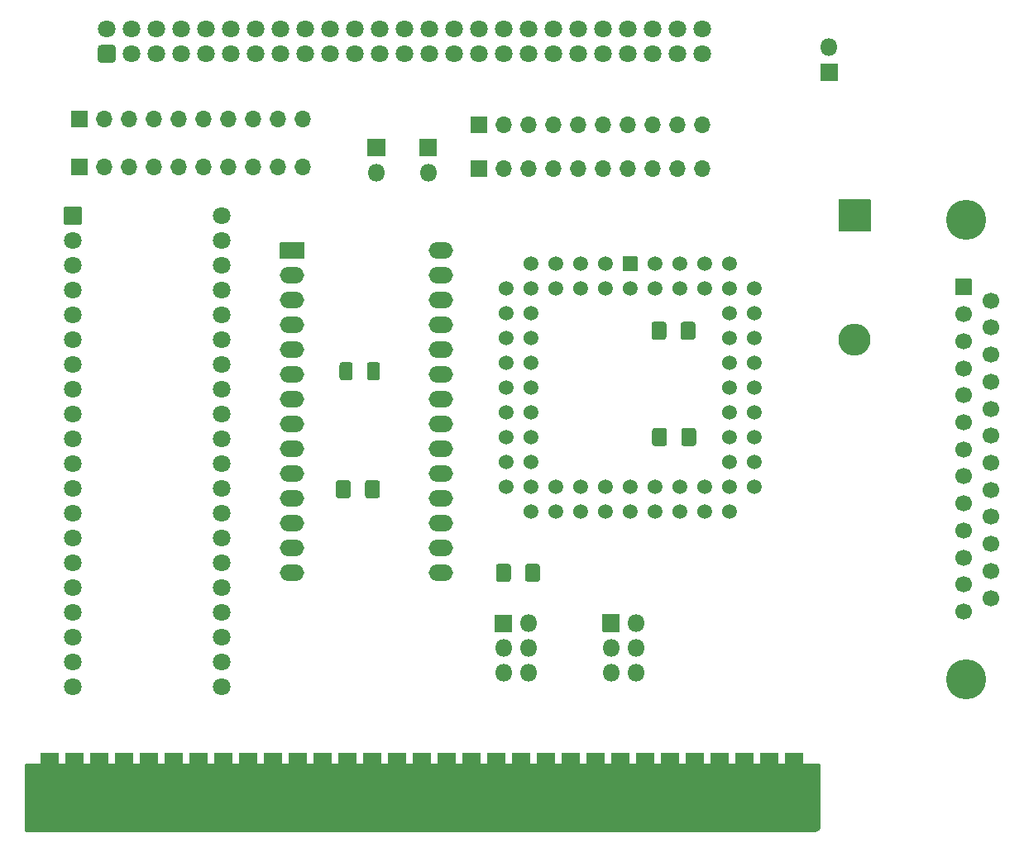
<source format=gbr>
%TF.GenerationSoftware,KiCad,Pcbnew,(5.1.10)-1*%
%TF.CreationDate,2021-12-13T18:42:30+00:00*%
%TF.ProjectId,isascsi,69736173-6373-4692-9e6b-696361645f70,rev?*%
%TF.SameCoordinates,Original*%
%TF.FileFunction,Soldermask,Bot*%
%TF.FilePolarity,Negative*%
%FSLAX46Y46*%
G04 Gerber Fmt 4.6, Leading zero omitted, Abs format (unit mm)*
G04 Created by KiCad (PCBNEW (5.1.10)-1) date 2021-12-13 18:42:30*
%MOMM*%
%LPD*%
G01*
G04 APERTURE LIST*
%ADD10C,1.800000*%
%ADD11O,1.700000X1.700000*%
%ADD12O,2.500000X1.700000*%
%ADD13C,4.100000*%
%ADD14C,1.700000*%
%ADD15O,1.800000X1.800000*%
%ADD16O,3.300000X3.300000*%
%ADD17C,1.522400*%
%ADD18C,0.254000*%
%ADD19C,0.100000*%
G04 APERTURE END LIST*
D10*
%TO.C,U1*%
X112725200Y-61117500D03*
G36*
G01*
X96585200Y-61967500D02*
X96585200Y-60267500D01*
G75*
G02*
X96635200Y-60217500I50000J0D01*
G01*
X98335200Y-60217500D01*
G75*
G02*
X98385200Y-60267500I0J-50000D01*
G01*
X98385200Y-61967500D01*
G75*
G02*
X98335200Y-62017500I-50000J0D01*
G01*
X96635200Y-62017500D01*
G75*
G02*
X96585200Y-61967500I0J50000D01*
G01*
G37*
X112725200Y-63657500D03*
X97485200Y-63657500D03*
X112725200Y-66197500D03*
X97485200Y-66197500D03*
X112725200Y-68737500D03*
X97485200Y-68737500D03*
X112725200Y-71277500D03*
X97485200Y-71277500D03*
X112725200Y-73817500D03*
X97485200Y-73817500D03*
X112725200Y-76357500D03*
X97485200Y-76357500D03*
X112725200Y-78897500D03*
X97485200Y-78897500D03*
X112725200Y-81437500D03*
X97485200Y-81437500D03*
X112725200Y-83977500D03*
X97485200Y-83977500D03*
X112725200Y-86517500D03*
X97485200Y-86517500D03*
X112725200Y-89057500D03*
X97485200Y-89057500D03*
X112725200Y-91597500D03*
X97485200Y-91597500D03*
X112725200Y-94137500D03*
X97485200Y-94137500D03*
X112725200Y-96677500D03*
X97485200Y-96677500D03*
X112725200Y-99217500D03*
X97485200Y-99217500D03*
X112725200Y-101757500D03*
X97485200Y-101757500D03*
X112725200Y-104297500D03*
X97485200Y-104297500D03*
X112725200Y-106837500D03*
X97485200Y-106837500D03*
X112725200Y-109377500D03*
X97485200Y-109377500D03*
%TD*%
%TO.C,C6*%
G36*
G01*
X125939000Y-88486343D02*
X125939000Y-89801257D01*
G75*
G02*
X125671457Y-90068800I-267543J0D01*
G01*
X124681543Y-90068800D01*
G75*
G02*
X124414000Y-89801257I0J267543D01*
G01*
X124414000Y-88486343D01*
G75*
G02*
X124681543Y-88218800I267543J0D01*
G01*
X125671457Y-88218800D01*
G75*
G02*
X125939000Y-88486343I0J-267543D01*
G01*
G37*
G36*
G01*
X128914000Y-88486343D02*
X128914000Y-89801257D01*
G75*
G02*
X128646457Y-90068800I-267543J0D01*
G01*
X127656543Y-90068800D01*
G75*
G02*
X127389000Y-89801257I0J267543D01*
G01*
X127389000Y-88486343D01*
G75*
G02*
X127656543Y-88218800I267543J0D01*
G01*
X128646457Y-88218800D01*
G75*
G02*
X128914000Y-88486343I0J-267543D01*
G01*
G37*
%TD*%
%TO.C,C3*%
G36*
G01*
X159687000Y-73570657D02*
X159687000Y-72255743D01*
G75*
G02*
X159954543Y-71988200I267543J0D01*
G01*
X160944457Y-71988200D01*
G75*
G02*
X161212000Y-72255743I0J-267543D01*
G01*
X161212000Y-73570657D01*
G75*
G02*
X160944457Y-73838200I-267543J0D01*
G01*
X159954543Y-73838200D01*
G75*
G02*
X159687000Y-73570657I0J267543D01*
G01*
G37*
G36*
G01*
X156712000Y-73570657D02*
X156712000Y-72255743D01*
G75*
G02*
X156979543Y-71988200I267543J0D01*
G01*
X157969457Y-71988200D01*
G75*
G02*
X158237000Y-72255743I0J-267543D01*
G01*
X158237000Y-73570657D01*
G75*
G02*
X157969457Y-73838200I-267543J0D01*
G01*
X156979543Y-73838200D01*
G75*
G02*
X156712000Y-73570657I0J267543D01*
G01*
G37*
%TD*%
D11*
%TO.C,RN4*%
X161889000Y-51810900D03*
X159349000Y-51810900D03*
X156809000Y-51810900D03*
X154269000Y-51810900D03*
X151729000Y-51810900D03*
X149189000Y-51810900D03*
X146649000Y-51810900D03*
X144109000Y-51810900D03*
X141569000Y-51810900D03*
G36*
G01*
X138179000Y-52610900D02*
X138179000Y-51010900D01*
G75*
G02*
X138229000Y-50960900I50000J0D01*
G01*
X139829000Y-50960900D01*
G75*
G02*
X139879000Y-51010900I0J-50000D01*
G01*
X139879000Y-52610900D01*
G75*
G02*
X139829000Y-52660900I-50000J0D01*
G01*
X138229000Y-52660900D01*
G75*
G02*
X138179000Y-52610900I0J50000D01*
G01*
G37*
%TD*%
%TO.C,RN3*%
X121000500Y-51191200D03*
X118460500Y-51191200D03*
X115920500Y-51191200D03*
X113380500Y-51191200D03*
X110840500Y-51191200D03*
X108300500Y-51191200D03*
X105760500Y-51191200D03*
X103220500Y-51191200D03*
X100680500Y-51191200D03*
G36*
G01*
X97290500Y-51991200D02*
X97290500Y-50391200D01*
G75*
G02*
X97340500Y-50341200I50000J0D01*
G01*
X98940500Y-50341200D01*
G75*
G02*
X98990500Y-50391200I0J-50000D01*
G01*
X98990500Y-51991200D01*
G75*
G02*
X98940500Y-52041200I-50000J0D01*
G01*
X97340500Y-52041200D01*
G75*
G02*
X97290500Y-51991200I0J50000D01*
G01*
G37*
%TD*%
%TO.C,RN2*%
X161905000Y-56322000D03*
X159365000Y-56322000D03*
X156825000Y-56322000D03*
X154285000Y-56322000D03*
X151745000Y-56322000D03*
X149205000Y-56322000D03*
X146665000Y-56322000D03*
X144125000Y-56322000D03*
X141585000Y-56322000D03*
G36*
G01*
X138195000Y-57122000D02*
X138195000Y-55522000D01*
G75*
G02*
X138245000Y-55472000I50000J0D01*
G01*
X139845000Y-55472000D01*
G75*
G02*
X139895000Y-55522000I0J-50000D01*
G01*
X139895000Y-57122000D01*
G75*
G02*
X139845000Y-57172000I-50000J0D01*
G01*
X138245000Y-57172000D01*
G75*
G02*
X138195000Y-57122000I0J50000D01*
G01*
G37*
%TD*%
%TO.C,RN1*%
X121000500Y-56118800D03*
X118460500Y-56118800D03*
X115920500Y-56118800D03*
X113380500Y-56118800D03*
X110840500Y-56118800D03*
X108300500Y-56118800D03*
X105760500Y-56118800D03*
X103220500Y-56118800D03*
X100680500Y-56118800D03*
G36*
G01*
X97290500Y-56918800D02*
X97290500Y-55318800D01*
G75*
G02*
X97340500Y-55268800I50000J0D01*
G01*
X98940500Y-55268800D01*
G75*
G02*
X98990500Y-55318800I0J-50000D01*
G01*
X98990500Y-56918800D01*
G75*
G02*
X98940500Y-56968800I-50000J0D01*
G01*
X97340500Y-56968800D01*
G75*
G02*
X97290500Y-56918800I0J50000D01*
G01*
G37*
%TD*%
%TO.C,C5*%
G36*
G01*
X143768000Y-98366157D02*
X143768000Y-97051243D01*
G75*
G02*
X144035543Y-96783700I267543J0D01*
G01*
X145025457Y-96783700D01*
G75*
G02*
X145293000Y-97051243I0J-267543D01*
G01*
X145293000Y-98366157D01*
G75*
G02*
X145025457Y-98633700I-267543J0D01*
G01*
X144035543Y-98633700D01*
G75*
G02*
X143768000Y-98366157I0J267543D01*
G01*
G37*
G36*
G01*
X140793000Y-98366157D02*
X140793000Y-97051243D01*
G75*
G02*
X141060543Y-96783700I267543J0D01*
G01*
X142050457Y-96783700D01*
G75*
G02*
X142318000Y-97051243I0J-267543D01*
G01*
X142318000Y-98366157D01*
G75*
G02*
X142050457Y-98633700I-267543J0D01*
G01*
X141060543Y-98633700D01*
G75*
G02*
X140793000Y-98366157I0J267543D01*
G01*
G37*
%TD*%
%TO.C,C2*%
G36*
G01*
X159754000Y-84441857D02*
X159754000Y-83126943D01*
G75*
G02*
X160021543Y-82859400I267543J0D01*
G01*
X161011457Y-82859400D01*
G75*
G02*
X161279000Y-83126943I0J-267543D01*
G01*
X161279000Y-84441857D01*
G75*
G02*
X161011457Y-84709400I-267543J0D01*
G01*
X160021543Y-84709400D01*
G75*
G02*
X159754000Y-84441857I0J267543D01*
G01*
G37*
G36*
G01*
X156779000Y-84441857D02*
X156779000Y-83126943D01*
G75*
G02*
X157046543Y-82859400I267543J0D01*
G01*
X158036457Y-82859400D01*
G75*
G02*
X158304000Y-83126943I0J-267543D01*
G01*
X158304000Y-84441857D01*
G75*
G02*
X158036457Y-84709400I-267543J0D01*
G01*
X157046543Y-84709400D01*
G75*
G02*
X156779000Y-84441857I0J267543D01*
G01*
G37*
%TD*%
D12*
%TO.C,U3*%
X135174000Y-64704000D03*
X119934000Y-97724000D03*
X135174000Y-67244000D03*
X119934000Y-95184000D03*
X135174000Y-69784000D03*
X119934000Y-92644000D03*
X135174000Y-72324000D03*
X119934000Y-90104000D03*
X135174000Y-74864000D03*
X119934000Y-87564000D03*
X135174000Y-77404000D03*
X119934000Y-85024000D03*
X135174000Y-79944000D03*
X119934000Y-82484000D03*
X135174000Y-82484000D03*
X119934000Y-79944000D03*
X135174000Y-85024000D03*
X119934000Y-77404000D03*
X135174000Y-87564000D03*
X119934000Y-74864000D03*
X135174000Y-90104000D03*
X119934000Y-72324000D03*
X135174000Y-92644000D03*
X119934000Y-69784000D03*
X135174000Y-95184000D03*
X119934000Y-67244000D03*
X135174000Y-97724000D03*
G36*
G01*
X118684000Y-65504000D02*
X118684000Y-63904000D01*
G75*
G02*
X118734000Y-63854000I50000J0D01*
G01*
X121134000Y-63854000D01*
G75*
G02*
X121184000Y-63904000I0J-50000D01*
G01*
X121184000Y-65504000D01*
G75*
G02*
X121134000Y-65554000I-50000J0D01*
G01*
X118734000Y-65554000D01*
G75*
G02*
X118684000Y-65504000I0J50000D01*
G01*
G37*
%TD*%
%TO.C,R1*%
G36*
G01*
X126130000Y-76408600D02*
X126130000Y-77718600D01*
G75*
G02*
X125860000Y-77988600I-270000J0D01*
G01*
X125050000Y-77988600D01*
G75*
G02*
X124780000Y-77718600I0J270000D01*
G01*
X124780000Y-76408600D01*
G75*
G02*
X125050000Y-76138600I270000J0D01*
G01*
X125860000Y-76138600D01*
G75*
G02*
X126130000Y-76408600I0J-270000D01*
G01*
G37*
G36*
G01*
X128930000Y-76408600D02*
X128930000Y-77718600D01*
G75*
G02*
X128660000Y-77988600I-270000J0D01*
G01*
X127850000Y-77988600D01*
G75*
G02*
X127580000Y-77718600I0J270000D01*
G01*
X127580000Y-76408600D01*
G75*
G02*
X127850000Y-76138600I270000J0D01*
G01*
X128660000Y-76138600D01*
G75*
G02*
X128930000Y-76408600I0J-270000D01*
G01*
G37*
%TD*%
D13*
%TO.C,J2*%
X188946000Y-61502700D03*
X188946000Y-108602700D03*
D14*
X191486000Y-100287700D03*
X191486000Y-97517700D03*
X191486000Y-94747700D03*
X191486000Y-91977700D03*
X191486000Y-89207700D03*
X191486000Y-86437700D03*
X191486000Y-83667700D03*
X191486000Y-80897700D03*
X191486000Y-78127700D03*
X191486000Y-75357700D03*
X191486000Y-72587700D03*
X191486000Y-69817700D03*
X188646000Y-101672700D03*
X188646000Y-98902700D03*
X188646000Y-96132700D03*
X188646000Y-93362700D03*
X188646000Y-90592700D03*
X188646000Y-87822700D03*
X188646000Y-85052700D03*
X188646000Y-82282700D03*
X188646000Y-79512700D03*
X188646000Y-76742700D03*
X188646000Y-73972700D03*
X188646000Y-71202700D03*
G36*
G01*
X189446000Y-69282700D02*
X187846000Y-69282700D01*
G75*
G02*
X187796000Y-69232700I0J50000D01*
G01*
X187796000Y-67632700D01*
G75*
G02*
X187846000Y-67582700I50000J0D01*
G01*
X189446000Y-67582700D01*
G75*
G02*
X189496000Y-67632700I0J-50000D01*
G01*
X189496000Y-69232700D01*
G75*
G02*
X189446000Y-69282700I-50000J0D01*
G01*
G37*
%TD*%
%TO.C,J1*%
G36*
G01*
X170342000Y-123830000D02*
X170342000Y-116210000D01*
G75*
G02*
X170392000Y-116160000I50000J0D01*
G01*
X172172000Y-116160000D01*
G75*
G02*
X172222000Y-116210000I0J-50000D01*
G01*
X172222000Y-123830000D01*
G75*
G02*
X172172000Y-123880000I-50000J0D01*
G01*
X170392000Y-123880000D01*
G75*
G02*
X170342000Y-123830000I0J50000D01*
G01*
G37*
G36*
G01*
X167802000Y-123830000D02*
X167802000Y-116210000D01*
G75*
G02*
X167852000Y-116160000I50000J0D01*
G01*
X169632000Y-116160000D01*
G75*
G02*
X169682000Y-116210000I0J-50000D01*
G01*
X169682000Y-123830000D01*
G75*
G02*
X169632000Y-123880000I-50000J0D01*
G01*
X167852000Y-123880000D01*
G75*
G02*
X167802000Y-123830000I0J50000D01*
G01*
G37*
G36*
G01*
X165262000Y-123830000D02*
X165262000Y-116210000D01*
G75*
G02*
X165312000Y-116160000I50000J0D01*
G01*
X167092000Y-116160000D01*
G75*
G02*
X167142000Y-116210000I0J-50000D01*
G01*
X167142000Y-123830000D01*
G75*
G02*
X167092000Y-123880000I-50000J0D01*
G01*
X165312000Y-123880000D01*
G75*
G02*
X165262000Y-123830000I0J50000D01*
G01*
G37*
G36*
G01*
X162722000Y-123830000D02*
X162722000Y-116210000D01*
G75*
G02*
X162772000Y-116160000I50000J0D01*
G01*
X164552000Y-116160000D01*
G75*
G02*
X164602000Y-116210000I0J-50000D01*
G01*
X164602000Y-123830000D01*
G75*
G02*
X164552000Y-123880000I-50000J0D01*
G01*
X162772000Y-123880000D01*
G75*
G02*
X162722000Y-123830000I0J50000D01*
G01*
G37*
G36*
G01*
X160182000Y-123830000D02*
X160182000Y-116210000D01*
G75*
G02*
X160232000Y-116160000I50000J0D01*
G01*
X162012000Y-116160000D01*
G75*
G02*
X162062000Y-116210000I0J-50000D01*
G01*
X162062000Y-123830000D01*
G75*
G02*
X162012000Y-123880000I-50000J0D01*
G01*
X160232000Y-123880000D01*
G75*
G02*
X160182000Y-123830000I0J50000D01*
G01*
G37*
G36*
G01*
X157642000Y-123830000D02*
X157642000Y-116210000D01*
G75*
G02*
X157692000Y-116160000I50000J0D01*
G01*
X159472000Y-116160000D01*
G75*
G02*
X159522000Y-116210000I0J-50000D01*
G01*
X159522000Y-123830000D01*
G75*
G02*
X159472000Y-123880000I-50000J0D01*
G01*
X157692000Y-123880000D01*
G75*
G02*
X157642000Y-123830000I0J50000D01*
G01*
G37*
G36*
G01*
X155102000Y-123830000D02*
X155102000Y-116210000D01*
G75*
G02*
X155152000Y-116160000I50000J0D01*
G01*
X156932000Y-116160000D01*
G75*
G02*
X156982000Y-116210000I0J-50000D01*
G01*
X156982000Y-123830000D01*
G75*
G02*
X156932000Y-123880000I-50000J0D01*
G01*
X155152000Y-123880000D01*
G75*
G02*
X155102000Y-123830000I0J50000D01*
G01*
G37*
G36*
G01*
X152562000Y-123830000D02*
X152562000Y-116210000D01*
G75*
G02*
X152612000Y-116160000I50000J0D01*
G01*
X154392000Y-116160000D01*
G75*
G02*
X154442000Y-116210000I0J-50000D01*
G01*
X154442000Y-123830000D01*
G75*
G02*
X154392000Y-123880000I-50000J0D01*
G01*
X152612000Y-123880000D01*
G75*
G02*
X152562000Y-123830000I0J50000D01*
G01*
G37*
G36*
G01*
X150022000Y-123830000D02*
X150022000Y-116210000D01*
G75*
G02*
X150072000Y-116160000I50000J0D01*
G01*
X151852000Y-116160000D01*
G75*
G02*
X151902000Y-116210000I0J-50000D01*
G01*
X151902000Y-123830000D01*
G75*
G02*
X151852000Y-123880000I-50000J0D01*
G01*
X150072000Y-123880000D01*
G75*
G02*
X150022000Y-123830000I0J50000D01*
G01*
G37*
G36*
G01*
X147482000Y-123830000D02*
X147482000Y-116210000D01*
G75*
G02*
X147532000Y-116160000I50000J0D01*
G01*
X149312000Y-116160000D01*
G75*
G02*
X149362000Y-116210000I0J-50000D01*
G01*
X149362000Y-123830000D01*
G75*
G02*
X149312000Y-123880000I-50000J0D01*
G01*
X147532000Y-123880000D01*
G75*
G02*
X147482000Y-123830000I0J50000D01*
G01*
G37*
G36*
G01*
X144942000Y-123830000D02*
X144942000Y-116210000D01*
G75*
G02*
X144992000Y-116160000I50000J0D01*
G01*
X146772000Y-116160000D01*
G75*
G02*
X146822000Y-116210000I0J-50000D01*
G01*
X146822000Y-123830000D01*
G75*
G02*
X146772000Y-123880000I-50000J0D01*
G01*
X144992000Y-123880000D01*
G75*
G02*
X144942000Y-123830000I0J50000D01*
G01*
G37*
G36*
G01*
X142402000Y-123830000D02*
X142402000Y-116210000D01*
G75*
G02*
X142452000Y-116160000I50000J0D01*
G01*
X144232000Y-116160000D01*
G75*
G02*
X144282000Y-116210000I0J-50000D01*
G01*
X144282000Y-123830000D01*
G75*
G02*
X144232000Y-123880000I-50000J0D01*
G01*
X142452000Y-123880000D01*
G75*
G02*
X142402000Y-123830000I0J50000D01*
G01*
G37*
G36*
G01*
X139862000Y-123830000D02*
X139862000Y-116210000D01*
G75*
G02*
X139912000Y-116160000I50000J0D01*
G01*
X141692000Y-116160000D01*
G75*
G02*
X141742000Y-116210000I0J-50000D01*
G01*
X141742000Y-123830000D01*
G75*
G02*
X141692000Y-123880000I-50000J0D01*
G01*
X139912000Y-123880000D01*
G75*
G02*
X139862000Y-123830000I0J50000D01*
G01*
G37*
G36*
G01*
X137322000Y-123830000D02*
X137322000Y-116210000D01*
G75*
G02*
X137372000Y-116160000I50000J0D01*
G01*
X139152000Y-116160000D01*
G75*
G02*
X139202000Y-116210000I0J-50000D01*
G01*
X139202000Y-123830000D01*
G75*
G02*
X139152000Y-123880000I-50000J0D01*
G01*
X137372000Y-123880000D01*
G75*
G02*
X137322000Y-123830000I0J50000D01*
G01*
G37*
G36*
G01*
X134782000Y-123830000D02*
X134782000Y-116210000D01*
G75*
G02*
X134832000Y-116160000I50000J0D01*
G01*
X136612000Y-116160000D01*
G75*
G02*
X136662000Y-116210000I0J-50000D01*
G01*
X136662000Y-123830000D01*
G75*
G02*
X136612000Y-123880000I-50000J0D01*
G01*
X134832000Y-123880000D01*
G75*
G02*
X134782000Y-123830000I0J50000D01*
G01*
G37*
G36*
G01*
X132242000Y-123830000D02*
X132242000Y-116210000D01*
G75*
G02*
X132292000Y-116160000I50000J0D01*
G01*
X134072000Y-116160000D01*
G75*
G02*
X134122000Y-116210000I0J-50000D01*
G01*
X134122000Y-123830000D01*
G75*
G02*
X134072000Y-123880000I-50000J0D01*
G01*
X132292000Y-123880000D01*
G75*
G02*
X132242000Y-123830000I0J50000D01*
G01*
G37*
G36*
G01*
X129702000Y-123830000D02*
X129702000Y-116210000D01*
G75*
G02*
X129752000Y-116160000I50000J0D01*
G01*
X131532000Y-116160000D01*
G75*
G02*
X131582000Y-116210000I0J-50000D01*
G01*
X131582000Y-123830000D01*
G75*
G02*
X131532000Y-123880000I-50000J0D01*
G01*
X129752000Y-123880000D01*
G75*
G02*
X129702000Y-123830000I0J50000D01*
G01*
G37*
G36*
G01*
X127162000Y-123830000D02*
X127162000Y-116210000D01*
G75*
G02*
X127212000Y-116160000I50000J0D01*
G01*
X128992000Y-116160000D01*
G75*
G02*
X129042000Y-116210000I0J-50000D01*
G01*
X129042000Y-123830000D01*
G75*
G02*
X128992000Y-123880000I-50000J0D01*
G01*
X127212000Y-123880000D01*
G75*
G02*
X127162000Y-123830000I0J50000D01*
G01*
G37*
G36*
G01*
X124622000Y-123830000D02*
X124622000Y-116210000D01*
G75*
G02*
X124672000Y-116160000I50000J0D01*
G01*
X126452000Y-116160000D01*
G75*
G02*
X126502000Y-116210000I0J-50000D01*
G01*
X126502000Y-123830000D01*
G75*
G02*
X126452000Y-123880000I-50000J0D01*
G01*
X124672000Y-123880000D01*
G75*
G02*
X124622000Y-123830000I0J50000D01*
G01*
G37*
G36*
G01*
X122082000Y-123830000D02*
X122082000Y-116210000D01*
G75*
G02*
X122132000Y-116160000I50000J0D01*
G01*
X123912000Y-116160000D01*
G75*
G02*
X123962000Y-116210000I0J-50000D01*
G01*
X123962000Y-123830000D01*
G75*
G02*
X123912000Y-123880000I-50000J0D01*
G01*
X122132000Y-123880000D01*
G75*
G02*
X122082000Y-123830000I0J50000D01*
G01*
G37*
G36*
G01*
X119542000Y-123830000D02*
X119542000Y-116210000D01*
G75*
G02*
X119592000Y-116160000I50000J0D01*
G01*
X121372000Y-116160000D01*
G75*
G02*
X121422000Y-116210000I0J-50000D01*
G01*
X121422000Y-123830000D01*
G75*
G02*
X121372000Y-123880000I-50000J0D01*
G01*
X119592000Y-123880000D01*
G75*
G02*
X119542000Y-123830000I0J50000D01*
G01*
G37*
G36*
G01*
X117002000Y-123830000D02*
X117002000Y-116210000D01*
G75*
G02*
X117052000Y-116160000I50000J0D01*
G01*
X118832000Y-116160000D01*
G75*
G02*
X118882000Y-116210000I0J-50000D01*
G01*
X118882000Y-123830000D01*
G75*
G02*
X118832000Y-123880000I-50000J0D01*
G01*
X117052000Y-123880000D01*
G75*
G02*
X117002000Y-123830000I0J50000D01*
G01*
G37*
G36*
G01*
X114462000Y-123830000D02*
X114462000Y-116210000D01*
G75*
G02*
X114512000Y-116160000I50000J0D01*
G01*
X116292000Y-116160000D01*
G75*
G02*
X116342000Y-116210000I0J-50000D01*
G01*
X116342000Y-123830000D01*
G75*
G02*
X116292000Y-123880000I-50000J0D01*
G01*
X114512000Y-123880000D01*
G75*
G02*
X114462000Y-123830000I0J50000D01*
G01*
G37*
G36*
G01*
X111922000Y-123830000D02*
X111922000Y-116210000D01*
G75*
G02*
X111972000Y-116160000I50000J0D01*
G01*
X113752000Y-116160000D01*
G75*
G02*
X113802000Y-116210000I0J-50000D01*
G01*
X113802000Y-123830000D01*
G75*
G02*
X113752000Y-123880000I-50000J0D01*
G01*
X111972000Y-123880000D01*
G75*
G02*
X111922000Y-123830000I0J50000D01*
G01*
G37*
G36*
G01*
X109382000Y-123830000D02*
X109382000Y-116210000D01*
G75*
G02*
X109432000Y-116160000I50000J0D01*
G01*
X111212000Y-116160000D01*
G75*
G02*
X111262000Y-116210000I0J-50000D01*
G01*
X111262000Y-123830000D01*
G75*
G02*
X111212000Y-123880000I-50000J0D01*
G01*
X109432000Y-123880000D01*
G75*
G02*
X109382000Y-123830000I0J50000D01*
G01*
G37*
G36*
G01*
X106842000Y-123830000D02*
X106842000Y-116210000D01*
G75*
G02*
X106892000Y-116160000I50000J0D01*
G01*
X108672000Y-116160000D01*
G75*
G02*
X108722000Y-116210000I0J-50000D01*
G01*
X108722000Y-123830000D01*
G75*
G02*
X108672000Y-123880000I-50000J0D01*
G01*
X106892000Y-123880000D01*
G75*
G02*
X106842000Y-123830000I0J50000D01*
G01*
G37*
G36*
G01*
X104302000Y-123830000D02*
X104302000Y-116210000D01*
G75*
G02*
X104352000Y-116160000I50000J0D01*
G01*
X106132000Y-116160000D01*
G75*
G02*
X106182000Y-116210000I0J-50000D01*
G01*
X106182000Y-123830000D01*
G75*
G02*
X106132000Y-123880000I-50000J0D01*
G01*
X104352000Y-123880000D01*
G75*
G02*
X104302000Y-123830000I0J50000D01*
G01*
G37*
G36*
G01*
X101762000Y-123830000D02*
X101762000Y-116210000D01*
G75*
G02*
X101812000Y-116160000I50000J0D01*
G01*
X103592000Y-116160000D01*
G75*
G02*
X103642000Y-116210000I0J-50000D01*
G01*
X103642000Y-123830000D01*
G75*
G02*
X103592000Y-123880000I-50000J0D01*
G01*
X101812000Y-123880000D01*
G75*
G02*
X101762000Y-123830000I0J50000D01*
G01*
G37*
G36*
G01*
X99222000Y-123830000D02*
X99222000Y-116210000D01*
G75*
G02*
X99272000Y-116160000I50000J0D01*
G01*
X101052000Y-116160000D01*
G75*
G02*
X101102000Y-116210000I0J-50000D01*
G01*
X101102000Y-123830000D01*
G75*
G02*
X101052000Y-123880000I-50000J0D01*
G01*
X99272000Y-123880000D01*
G75*
G02*
X99222000Y-123830000I0J50000D01*
G01*
G37*
G36*
G01*
X96682000Y-123830000D02*
X96682000Y-116210000D01*
G75*
G02*
X96732000Y-116160000I50000J0D01*
G01*
X98512000Y-116160000D01*
G75*
G02*
X98562000Y-116210000I0J-50000D01*
G01*
X98562000Y-123830000D01*
G75*
G02*
X98512000Y-123880000I-50000J0D01*
G01*
X96732000Y-123880000D01*
G75*
G02*
X96682000Y-123830000I0J50000D01*
G01*
G37*
G36*
G01*
X94142000Y-123830000D02*
X94142000Y-116210000D01*
G75*
G02*
X94192000Y-116160000I50000J0D01*
G01*
X95972000Y-116160000D01*
G75*
G02*
X96022000Y-116210000I0J-50000D01*
G01*
X96022000Y-123830000D01*
G75*
G02*
X95972000Y-123880000I-50000J0D01*
G01*
X94192000Y-123880000D01*
G75*
G02*
X94142000Y-123830000I0J50000D01*
G01*
G37*
%TD*%
D15*
%TO.C,JP3*%
X174894000Y-43860700D03*
G36*
G01*
X175794000Y-45550700D02*
X175794000Y-47250700D01*
G75*
G02*
X175744000Y-47300700I-50000J0D01*
G01*
X174044000Y-47300700D01*
G75*
G02*
X173994000Y-47250700I0J50000D01*
G01*
X173994000Y-45550700D01*
G75*
G02*
X174044000Y-45500700I50000J0D01*
G01*
X175744000Y-45500700D01*
G75*
G02*
X175794000Y-45550700I0J-50000D01*
G01*
G37*
%TD*%
%TO.C,JP2*%
X133843000Y-56682600D03*
G36*
G01*
X132943000Y-54992600D02*
X132943000Y-53292600D01*
G75*
G02*
X132993000Y-53242600I50000J0D01*
G01*
X134693000Y-53242600D01*
G75*
G02*
X134743000Y-53292600I0J-50000D01*
G01*
X134743000Y-54992600D01*
G75*
G02*
X134693000Y-55042600I-50000J0D01*
G01*
X132993000Y-55042600D01*
G75*
G02*
X132943000Y-54992600I0J50000D01*
G01*
G37*
%TD*%
%TO.C,JP1*%
X128549000Y-56682600D03*
G36*
G01*
X127649000Y-54992600D02*
X127649000Y-53292600D01*
G75*
G02*
X127699000Y-53242600I50000J0D01*
G01*
X129399000Y-53242600D01*
G75*
G02*
X129449000Y-53292600I0J-50000D01*
G01*
X129449000Y-54992600D01*
G75*
G02*
X129399000Y-55042600I-50000J0D01*
G01*
X127699000Y-55042600D01*
G75*
G02*
X127649000Y-54992600I0J50000D01*
G01*
G37*
%TD*%
%TO.C,J4*%
X155113000Y-107930000D03*
X152573000Y-107930000D03*
X155113000Y-105390000D03*
X152573000Y-105390000D03*
X155113000Y-102850000D03*
G36*
G01*
X151673000Y-103700000D02*
X151673000Y-102000000D01*
G75*
G02*
X151723000Y-101950000I50000J0D01*
G01*
X153423000Y-101950000D01*
G75*
G02*
X153473000Y-102000000I0J-50000D01*
G01*
X153473000Y-103700000D01*
G75*
G02*
X153423000Y-103750000I-50000J0D01*
G01*
X151723000Y-103750000D01*
G75*
G02*
X151673000Y-103700000I0J50000D01*
G01*
G37*
%TD*%
%TO.C,J3*%
X144115000Y-107975000D03*
X141575000Y-107975000D03*
X144115000Y-105435000D03*
X141575000Y-105435000D03*
X144115000Y-102895000D03*
G36*
G01*
X140675000Y-103745000D02*
X140675000Y-102045000D01*
G75*
G02*
X140725000Y-101995000I50000J0D01*
G01*
X142425000Y-101995000D01*
G75*
G02*
X142475000Y-102045000I0J-50000D01*
G01*
X142475000Y-103745000D01*
G75*
G02*
X142425000Y-103795000I-50000J0D01*
G01*
X140725000Y-103795000D01*
G75*
G02*
X140675000Y-103745000I0J50000D01*
G01*
G37*
%TD*%
D16*
%TO.C,D1*%
X177490000Y-73807300D03*
G36*
G01*
X175890000Y-59457300D02*
X179090000Y-59457300D01*
G75*
G02*
X179140000Y-59507300I0J-50000D01*
G01*
X179140000Y-62707300D01*
G75*
G02*
X179090000Y-62757300I-50000J0D01*
G01*
X175890000Y-62757300D01*
G75*
G02*
X175840000Y-62707300I0J50000D01*
G01*
X175840000Y-59507300D01*
G75*
G02*
X175890000Y-59457300I50000J0D01*
G01*
G37*
%TD*%
D17*
%TO.C,U4*%
X167208000Y-68610500D03*
X167208000Y-71150500D03*
X167208000Y-73690500D03*
X167208000Y-76230500D03*
X167208000Y-78770500D03*
X167208000Y-81310500D03*
X167208000Y-83850500D03*
X167208000Y-86390500D03*
X164668000Y-66070500D03*
X164668000Y-71150500D03*
X164668000Y-73690500D03*
X164668000Y-76230500D03*
X164668000Y-78770500D03*
X164668000Y-81310500D03*
X164668000Y-83850500D03*
X164668000Y-86390500D03*
X164668000Y-88930500D03*
X164668000Y-91470500D03*
X162128000Y-91470500D03*
X159588000Y-91470500D03*
X157048000Y-91470500D03*
X154508000Y-91470500D03*
X151968000Y-91470500D03*
X149428000Y-91470500D03*
X146888000Y-91470500D03*
X144348000Y-91470500D03*
X167208000Y-88930500D03*
X162128000Y-88930500D03*
X159588000Y-88930500D03*
X157048000Y-88930500D03*
X154508000Y-88930500D03*
X151968000Y-88930500D03*
X149428000Y-88930500D03*
X146888000Y-88930500D03*
X144348000Y-88930500D03*
X141808000Y-88930500D03*
X141808000Y-86390500D03*
X141808000Y-83850500D03*
X141808000Y-81310500D03*
X141808000Y-78770500D03*
X141808000Y-76230500D03*
X141808000Y-73690500D03*
X141808000Y-71150500D03*
X141808000Y-68610500D03*
X144348000Y-86390500D03*
X144348000Y-83850500D03*
X144348000Y-81310500D03*
X144348000Y-78770500D03*
X144348000Y-76230500D03*
X144348000Y-73690500D03*
X144348000Y-71150500D03*
X144348000Y-68610500D03*
X162128000Y-66070500D03*
X159588000Y-66070500D03*
X157048000Y-66070500D03*
X144348000Y-66070500D03*
X146888000Y-66070500D03*
X149428000Y-66070500D03*
X151968000Y-66070500D03*
G36*
G01*
X153746800Y-66781700D02*
X153746800Y-65359300D01*
G75*
G02*
X153796800Y-65309300I50000J0D01*
G01*
X155219200Y-65309300D01*
G75*
G02*
X155269200Y-65359300I0J-50000D01*
G01*
X155269200Y-66781700D01*
G75*
G02*
X155219200Y-66831700I-50000J0D01*
G01*
X153796800Y-66831700D01*
G75*
G02*
X153746800Y-66781700I0J50000D01*
G01*
G37*
X164668000Y-68610500D03*
X162128000Y-68610500D03*
X159588000Y-68610500D03*
X157048000Y-68610500D03*
X146888000Y-68610500D03*
X149428000Y-68610500D03*
X151968000Y-68610500D03*
X154508000Y-68610500D03*
%TD*%
D10*
%TO.C,J6*%
X161915000Y-41996400D03*
X159375000Y-41996400D03*
X156835000Y-41996400D03*
X154295000Y-41996400D03*
X151755000Y-41996400D03*
X149215000Y-41996400D03*
X146675000Y-41996400D03*
X144135000Y-41996400D03*
X141595000Y-41996400D03*
X139055000Y-41996400D03*
X136515000Y-41996400D03*
X133975000Y-41996400D03*
X131435000Y-41996400D03*
X128895000Y-41996400D03*
X126355000Y-41996400D03*
X123815000Y-41996400D03*
X121275000Y-41996400D03*
X118735000Y-41996400D03*
X116195000Y-41996400D03*
X113655000Y-41996400D03*
X111115000Y-41996400D03*
X108575000Y-41996400D03*
X106035000Y-41996400D03*
X103495000Y-41996400D03*
X100955000Y-41996400D03*
X161915000Y-44536400D03*
X159375000Y-44536400D03*
X156835000Y-44536400D03*
X154295000Y-44536400D03*
X151755000Y-44536400D03*
X149215000Y-44536400D03*
X146675000Y-44536400D03*
X144135000Y-44536400D03*
X141595000Y-44536400D03*
X139055000Y-44536400D03*
X136515000Y-44536400D03*
X133975000Y-44536400D03*
X131435000Y-44536400D03*
X128895000Y-44536400D03*
X126355000Y-44536400D03*
X123815000Y-44536400D03*
X121275000Y-44536400D03*
X118735000Y-44536400D03*
X116195000Y-44536400D03*
X113655000Y-44536400D03*
X111115000Y-44536400D03*
X108575000Y-44536400D03*
X106035000Y-44536400D03*
X103495000Y-44536400D03*
G36*
G01*
X101590295Y-45436400D02*
X100319705Y-45436400D01*
G75*
G02*
X100055000Y-45171695I0J264705D01*
G01*
X100055000Y-43901105D01*
G75*
G02*
X100319705Y-43636400I264705J0D01*
G01*
X101590295Y-43636400D01*
G75*
G02*
X101855000Y-43901105I0J-264705D01*
G01*
X101855000Y-45171695D01*
G75*
G02*
X101590295Y-45436400I-264705J0D01*
G01*
G37*
%TD*%
D18*
X173807120Y-123865399D02*
X173743053Y-123948893D01*
X173611540Y-124049806D01*
X173458390Y-124113243D01*
X173294040Y-124134880D01*
X92649040Y-124134880D01*
X92649040Y-117302280D01*
X173807120Y-117302280D01*
X173807120Y-123865399D01*
D19*
G36*
X173807120Y-123865399D02*
G01*
X173743053Y-123948893D01*
X173611540Y-124049806D01*
X173458390Y-124113243D01*
X173294040Y-124134880D01*
X92649040Y-124134880D01*
X92649040Y-117302280D01*
X173807120Y-117302280D01*
X173807120Y-123865399D01*
G37*
M02*

</source>
